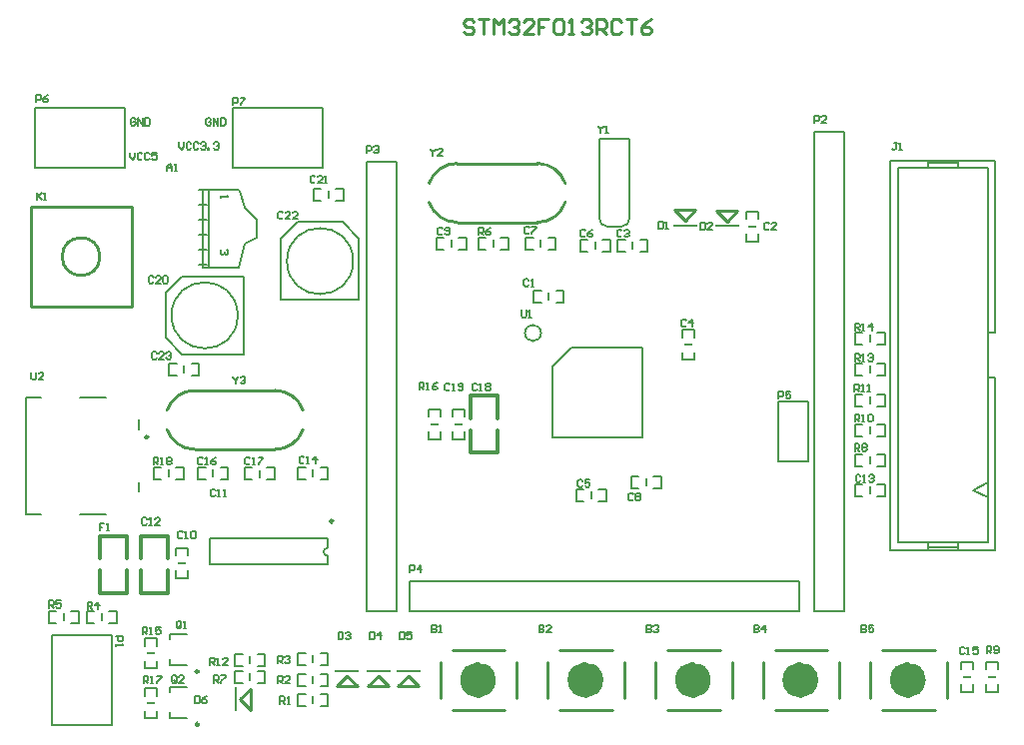
<source format=gto>
%FSLAX24Y24*%
%MOIN*%
G70*
G01*
G75*
%ADD10C,0.0050*%
%ADD11R,0.0500X0.0500*%
%ADD12R,0.0860X0.0921*%
%ADD13R,0.0100X0.0866*%
%ADD14R,0.0866X0.0100*%
%ADD15R,0.0300X0.0300*%
%ADD16R,0.0300X0.0300*%
%ADD17R,0.0374X0.0354*%
%ADD18R,0.0374X0.0354*%
%ADD19R,0.0500X0.0600*%
%ADD20R,0.0591X0.0512*%
%ADD21R,0.0512X0.0591*%
%ADD22R,0.0591X0.1260*%
%ADD23R,0.1260X0.0591*%
%ADD24R,0.0236X0.0866*%
G04:AMPARAMS|DCode=25|XSize=150mil|YSize=65mil|CornerRadius=0mil|HoleSize=0mil|Usage=FLASHONLY|Rotation=0.000|XOffset=0mil|YOffset=0mil|HoleType=Round|Shape=Octagon|*
%AMOCTAGOND25*
4,1,8,0.0750,-0.0163,0.0750,0.0163,0.0588,0.0325,-0.0588,0.0325,-0.0750,0.0163,-0.0750,-0.0163,-0.0588,-0.0325,0.0588,-0.0325,0.0750,-0.0163,0.0*
%
%ADD25OCTAGOND25*%

%ADD26O,0.1500X0.0650*%
%ADD27R,0.1000X0.1000*%
%ADD28R,0.0984X0.0787*%
%ADD29R,0.0906X0.0197*%
%ADD30R,0.0984X0.0787*%
%ADD31C,0.0150*%
%ADD32C,0.0060*%
%ADD33C,0.0200*%
%ADD34C,0.0300*%
%ADD35C,0.0120*%
%ADD36C,0.0400*%
%ADD37C,0.0600*%
%ADD38R,0.0870X0.0290*%
%ADD39R,0.1156X0.0353*%
%ADD40C,0.1181*%
%ADD41C,0.0500*%
%ADD42O,0.0400X0.0500*%
%ADD43C,0.0591*%
%ADD44R,0.0591X0.0591*%
%ADD45R,0.0591X0.0591*%
%ADD46C,0.0620*%
%ADD47C,0.0236*%
%ADD48C,0.0433*%
%ADD49C,0.0240*%
%ADD50O,0.0984X0.2362*%
G04:AMPARAMS|DCode=51|XSize=98.4mil|YSize=236.2mil|CornerRadius=0mil|HoleSize=0mil|Usage=FLASHONLY|Rotation=180.000|XOffset=0mil|YOffset=0mil|HoleType=Round|Shape=Octagon|*
%AMOCTAGOND51*
4,1,8,0.0246,-0.1181,-0.0246,-0.1181,-0.0492,-0.0935,-0.0492,0.0935,-0.0246,0.1181,0.0246,0.1181,0.0492,0.0935,0.0492,-0.0935,0.0246,-0.1181,0.0*
%
%ADD51OCTAGOND51*%

%ADD52R,0.0550X0.0650*%
%ADD53R,0.0520X0.0715*%
%ADD54C,0.0100*%
%ADD55C,0.0080*%
%ADD56C,0.0079*%
%ADD57C,0.0098*%
%ADD58R,0.0100X0.0300*%
%ADD59R,0.0300X0.0100*%
%ADD60R,0.0107X0.0800*%
%ADD61R,0.0800X0.0107*%
D10*
X5170Y6581D02*
Y6740D01*
X5130Y6780D01*
X5050D01*
X5010Y6740D01*
Y6581D01*
X5050Y6541D01*
X5130D01*
X5090Y6621D02*
X5170Y6541D01*
X5130D02*
X5170Y6581D01*
X5250Y6541D02*
X5330D01*
X5290D01*
Y6780D01*
X5250Y6740D01*
X167Y15064D02*
Y14864D01*
X207Y14824D01*
X287D01*
X327Y14864D01*
Y15064D01*
X567Y14824D02*
X407D01*
X567Y14984D01*
Y15024D01*
X527Y15064D01*
X447D01*
X407Y15024D01*
X4700Y21791D02*
Y21951D01*
X4780Y22030D01*
X4860Y21951D01*
Y21791D01*
Y21911D01*
X4700D01*
X4940Y21791D02*
X5020D01*
X4980D01*
Y22030D01*
X4940Y21990D01*
X13530Y6640D02*
Y6401D01*
X13650D01*
X13690Y6441D01*
Y6481D01*
X13650Y6521D01*
X13530D01*
X13650D01*
X13690Y6561D01*
Y6600D01*
X13650Y6640D01*
X13530D01*
X13770Y6401D02*
X13850D01*
X13810D01*
Y6640D01*
X13770Y6600D01*
X17110Y6640D02*
Y6401D01*
X17230D01*
X17270Y6441D01*
Y6481D01*
X17230Y6521D01*
X17110D01*
X17230D01*
X17270Y6561D01*
Y6600D01*
X17230Y6640D01*
X17110D01*
X17510Y6401D02*
X17350D01*
X17510Y6561D01*
Y6600D01*
X17470Y6640D01*
X17390D01*
X17350Y6600D01*
X20690Y6640D02*
Y6401D01*
X20810D01*
X20850Y6441D01*
Y6481D01*
X20810Y6521D01*
X20690D01*
X20810D01*
X20850Y6561D01*
Y6600D01*
X20810Y6640D01*
X20690D01*
X20930Y6600D02*
X20970Y6640D01*
X21050D01*
X21090Y6600D01*
Y6561D01*
X21050Y6521D01*
X21010D01*
X21050D01*
X21090Y6481D01*
Y6441D01*
X21050Y6401D01*
X20970D01*
X20930Y6441D01*
X24280Y6640D02*
Y6401D01*
X24400D01*
X24440Y6441D01*
Y6481D01*
X24400Y6521D01*
X24280D01*
X24400D01*
X24440Y6561D01*
Y6600D01*
X24400Y6640D01*
X24280D01*
X24640Y6401D02*
Y6640D01*
X24520Y6521D01*
X24680D01*
X27870Y6640D02*
Y6401D01*
X27990D01*
X28030Y6441D01*
Y6481D01*
X27990Y6521D01*
X27870D01*
X27990D01*
X28030Y6561D01*
Y6600D01*
X27990Y6640D01*
X27870D01*
X28270D02*
X28110D01*
Y6521D01*
X28190Y6561D01*
X28230D01*
X28270Y6521D01*
Y6441D01*
X28230Y6401D01*
X28150D01*
X28110Y6441D01*
X16760Y18150D02*
X16720Y18190D01*
X16640D01*
X16600Y18150D01*
Y17991D01*
X16640Y17951D01*
X16720D01*
X16760Y17991D01*
X16840Y17951D02*
X16920D01*
X16880D01*
Y18190D01*
X16840Y18150D01*
X24789Y20035D02*
X24749Y20075D01*
X24669D01*
X24629Y20035D01*
Y19876D01*
X24669Y19836D01*
X24749D01*
X24789Y19876D01*
X25029Y19836D02*
X24869D01*
X25029Y19995D01*
Y20035D01*
X24989Y20075D01*
X24909D01*
X24869Y20035D01*
X19870Y19790D02*
X19830Y19830D01*
X19750D01*
X19710Y19790D01*
Y19631D01*
X19750Y19591D01*
X19830D01*
X19870Y19631D01*
X19950Y19790D02*
X19990Y19830D01*
X20070D01*
X20110Y19790D01*
Y19750D01*
X20070Y19711D01*
X20030D01*
X20070D01*
X20110Y19671D01*
Y19631D01*
X20070Y19591D01*
X19990D01*
X19950Y19631D01*
X22021Y16815D02*
X21981Y16855D01*
X21901D01*
X21861Y16815D01*
Y16655D01*
X21901Y16615D01*
X21981D01*
X22021Y16655D01*
X22221Y16615D02*
Y16855D01*
X22101Y16735D01*
X22261D01*
X18560Y11450D02*
X18520Y11490D01*
X18440D01*
X18400Y11450D01*
Y11290D01*
X18440Y11250D01*
X18520D01*
X18560Y11290D01*
X18800Y11490D02*
X18640D01*
Y11370D01*
X18720Y11410D01*
X18760D01*
X18800Y11370D01*
Y11290D01*
X18760Y11250D01*
X18680D01*
X18640Y11290D01*
X18655Y19801D02*
X18615Y19841D01*
X18535D01*
X18495Y19801D01*
Y19641D01*
X18535Y19601D01*
X18615D01*
X18655Y19641D01*
X18895Y19841D02*
X18815Y19801D01*
X18735Y19721D01*
Y19641D01*
X18775Y19601D01*
X18855D01*
X18895Y19641D01*
Y19681D01*
X18855Y19721D01*
X18735D01*
X16780Y19910D02*
X16740Y19950D01*
X16660D01*
X16620Y19910D01*
Y19751D01*
X16660Y19711D01*
X16740D01*
X16780Y19751D01*
X16860Y19950D02*
X17020D01*
Y19910D01*
X16860Y19751D01*
Y19711D01*
X20250Y11010D02*
X20210Y11050D01*
X20130D01*
X20090Y11010D01*
Y10851D01*
X20130Y10811D01*
X20210D01*
X20250Y10851D01*
X20330Y11010D02*
X20370Y11050D01*
X20450D01*
X20490Y11010D01*
Y10970D01*
X20450Y10931D01*
X20490Y10891D01*
Y10851D01*
X20450Y10811D01*
X20370D01*
X20330Y10851D01*
Y10891D01*
X20370Y10931D01*
X20330Y10970D01*
Y11010D01*
X20370Y10931D02*
X20450D01*
X13885Y19881D02*
X13845Y19921D01*
X13765D01*
X13725Y19881D01*
Y19721D01*
X13765Y19681D01*
X13845D01*
X13885Y19721D01*
X13965D02*
X14005Y19681D01*
X14085D01*
X14125Y19721D01*
Y19881D01*
X14085Y19921D01*
X14005D01*
X13965Y19881D01*
Y19841D01*
X14005Y19801D01*
X14125D01*
X5215Y9745D02*
X5175Y9785D01*
X5095D01*
X5055Y9745D01*
Y9586D01*
X5095Y9546D01*
X5175D01*
X5215Y9586D01*
X5295Y9546D02*
X5375D01*
X5335D01*
Y9785D01*
X5295Y9745D01*
X5495D02*
X5535Y9785D01*
X5615D01*
X5655Y9745D01*
Y9586D01*
X5615Y9546D01*
X5535D01*
X5495Y9586D01*
Y9745D01*
X6310Y11140D02*
X6270Y11180D01*
X6190D01*
X6150Y11140D01*
Y10981D01*
X6190Y10941D01*
X6270D01*
X6310Y10981D01*
X6390Y10941D02*
X6470D01*
X6430D01*
Y11180D01*
X6390Y11140D01*
X6590Y10941D02*
X6670D01*
X6630D01*
Y11180D01*
X6590Y11140D01*
X4024Y10185D02*
X3984Y10225D01*
X3904D01*
X3864Y10185D01*
Y10026D01*
X3904Y9986D01*
X3984D01*
X4024Y10026D01*
X4104Y9986D02*
X4184D01*
X4144D01*
Y10225D01*
X4104Y10185D01*
X4464Y9986D02*
X4304D01*
X4464Y10145D01*
Y10185D01*
X4424Y10225D01*
X4344D01*
X4304Y10185D01*
X27835Y11620D02*
X27795Y11660D01*
X27715D01*
X27675Y11620D01*
Y11461D01*
X27715Y11421D01*
X27795D01*
X27835Y11461D01*
X27915Y11421D02*
X27995D01*
X27955D01*
Y11660D01*
X27915Y11620D01*
X28115D02*
X28155Y11660D01*
X28235D01*
X28275Y11620D01*
Y11580D01*
X28235Y11541D01*
X28195D01*
X28235D01*
X28275Y11501D01*
Y11461D01*
X28235Y11421D01*
X28155D01*
X28115Y11461D01*
X9270Y12240D02*
X9230Y12280D01*
X9150D01*
X9110Y12240D01*
Y12080D01*
X9150Y12040D01*
X9230D01*
X9270Y12080D01*
X9350Y12040D02*
X9430D01*
X9390D01*
Y12280D01*
X9350Y12240D01*
X9670Y12040D02*
Y12280D01*
X9550Y12160D01*
X9710D01*
X31310Y5870D02*
X31270Y5910D01*
X31190D01*
X31150Y5870D01*
Y5711D01*
X31190Y5671D01*
X31270D01*
X31310Y5711D01*
X31390Y5671D02*
X31470D01*
X31430D01*
Y5910D01*
X31390Y5870D01*
X31750Y5910D02*
X31590D01*
Y5791D01*
X31670Y5831D01*
X31710D01*
X31750Y5791D01*
Y5711D01*
X31710Y5671D01*
X31630D01*
X31590Y5711D01*
X5885Y12190D02*
X5845Y12230D01*
X5765D01*
X5725Y12190D01*
Y12031D01*
X5765Y11991D01*
X5845D01*
X5885Y12031D01*
X5965Y11991D02*
X6045D01*
X6005D01*
Y12230D01*
X5965Y12190D01*
X6325Y12230D02*
X6245Y12190D01*
X6165Y12111D01*
Y12031D01*
X6205Y11991D01*
X6285D01*
X6325Y12031D01*
Y12071D01*
X6285Y12111D01*
X6165D01*
X7460Y12190D02*
X7420Y12230D01*
X7340D01*
X7300Y12190D01*
Y12031D01*
X7340Y11991D01*
X7420D01*
X7460Y12031D01*
X7540Y11991D02*
X7620D01*
X7580D01*
Y12230D01*
X7540Y12190D01*
X7740Y12230D02*
X7900D01*
Y12190D01*
X7740Y12031D01*
Y11991D01*
X15040Y14670D02*
X15000Y14710D01*
X14920D01*
X14880Y14670D01*
Y14511D01*
X14920Y14471D01*
X15000D01*
X15040Y14511D01*
X15120Y14471D02*
X15200D01*
X15160D01*
Y14710D01*
X15120Y14670D01*
X15320D02*
X15360Y14710D01*
X15440D01*
X15480Y14670D01*
Y14631D01*
X15440Y14591D01*
X15480Y14551D01*
Y14511D01*
X15440Y14471D01*
X15360D01*
X15320Y14511D01*
Y14551D01*
X15360Y14591D01*
X15320Y14631D01*
Y14670D01*
X15360Y14591D02*
X15440D01*
X14130Y14680D02*
X14090Y14720D01*
X14010D01*
X13970Y14680D01*
Y14521D01*
X14010Y14481D01*
X14090D01*
X14130Y14521D01*
X14210Y14481D02*
X14290D01*
X14250D01*
Y14720D01*
X14210Y14680D01*
X14410Y14521D02*
X14450Y14481D01*
X14530D01*
X14570Y14521D01*
Y14680D01*
X14530Y14720D01*
X14450D01*
X14410Y14680D01*
Y14641D01*
X14450Y14601D01*
X14570D01*
X4240Y18250D02*
X4200Y18290D01*
X4120D01*
X4080Y18250D01*
Y18091D01*
X4120Y18051D01*
X4200D01*
X4240Y18091D01*
X4480Y18051D02*
X4320D01*
X4480Y18211D01*
Y18250D01*
X4440Y18290D01*
X4360D01*
X4320Y18250D01*
X4560D02*
X4600Y18290D01*
X4680D01*
X4720Y18250D01*
Y18091D01*
X4680Y18051D01*
X4600D01*
X4560Y18091D01*
Y18250D01*
X9635Y21590D02*
X9595Y21630D01*
X9515D01*
X9475Y21590D01*
Y21430D01*
X9515Y21390D01*
X9595D01*
X9635Y21430D01*
X9875Y21390D02*
X9715D01*
X9875Y21550D01*
Y21590D01*
X9835Y21630D01*
X9755D01*
X9715Y21590D01*
X9955Y21390D02*
X10035D01*
X9995D01*
Y21630D01*
X9955Y21590D01*
X8560Y20390D02*
X8520Y20430D01*
X8440D01*
X8400Y20390D01*
Y20231D01*
X8440Y20191D01*
X8520D01*
X8560Y20231D01*
X8800Y20191D02*
X8640D01*
X8800Y20350D01*
Y20390D01*
X8760Y20430D01*
X8680D01*
X8640Y20390D01*
X9040Y20191D02*
X8880D01*
X9040Y20350D01*
Y20390D01*
X9000Y20430D01*
X8920D01*
X8880Y20390D01*
X4350Y15720D02*
X4310Y15760D01*
X4230D01*
X4190Y15720D01*
Y15561D01*
X4230Y15521D01*
X4310D01*
X4350Y15561D01*
X4590Y15521D02*
X4430D01*
X4590Y15681D01*
Y15720D01*
X4550Y15760D01*
X4470D01*
X4430Y15720D01*
X4670D02*
X4710Y15760D01*
X4790D01*
X4830Y15720D01*
Y15681D01*
X4790Y15641D01*
X4750D01*
X4790D01*
X4830Y15601D01*
Y15561D01*
X4790Y15521D01*
X4710D01*
X4670Y15561D01*
X21090Y20100D02*
Y19861D01*
X21210D01*
X21250Y19901D01*
Y20060D01*
X21210Y20100D01*
X21090D01*
X21330Y19861D02*
X21410D01*
X21370D01*
Y20100D01*
X21330Y20060D01*
X22490Y20080D02*
Y19841D01*
X22610D01*
X22650Y19881D01*
Y20040D01*
X22610Y20080D01*
X22490D01*
X22890Y19841D02*
X22730D01*
X22890Y20001D01*
Y20040D01*
X22850Y20080D01*
X22770D01*
X22730Y20040D01*
X10405Y6415D02*
Y6176D01*
X10525D01*
X10565Y6216D01*
Y6375D01*
X10525Y6415D01*
X10405D01*
X10645Y6375D02*
X10685Y6415D01*
X10765D01*
X10805Y6375D01*
Y6335D01*
X10765Y6296D01*
X10725D01*
X10765D01*
X10805Y6256D01*
Y6216D01*
X10765Y6176D01*
X10685D01*
X10645Y6216D01*
X11455Y6415D02*
Y6176D01*
X11575D01*
X11615Y6216D01*
Y6375D01*
X11575Y6415D01*
X11455D01*
X11815Y6176D02*
Y6415D01*
X11695Y6296D01*
X11855D01*
X12455Y6415D02*
Y6176D01*
X12575D01*
X12615Y6216D01*
Y6375D01*
X12575Y6415D01*
X12455D01*
X12855D02*
X12695D01*
Y6296D01*
X12775Y6335D01*
X12815D01*
X12855Y6296D01*
Y6216D01*
X12815Y6176D01*
X12735D01*
X12695Y6216D01*
X5620Y4280D02*
Y4041D01*
X5740D01*
X5780Y4081D01*
Y4240D01*
X5740Y4280D01*
X5620D01*
X6020D02*
X5940Y4240D01*
X5860Y4161D01*
Y4081D01*
X5900Y4041D01*
X5980D01*
X6020Y4081D01*
Y4121D01*
X5980Y4161D01*
X5860D01*
X2600Y10030D02*
X2440D01*
Y9911D01*
X2520D01*
X2440D01*
Y9791D01*
X2680D02*
X2760D01*
X2720D01*
Y10030D01*
X2680Y9990D01*
X29045Y22735D02*
X28965D01*
X29005D01*
Y22536D01*
X28965Y22496D01*
X28925D01*
X28885Y22536D01*
X29125Y22496D02*
X29205D01*
X29165D01*
Y22735D01*
X29125Y22695D01*
X350Y21080D02*
Y20841D01*
Y20921D01*
X510Y21080D01*
X390Y20961D01*
X510Y20841D01*
X590D02*
X670D01*
X630D01*
Y21080D01*
X590Y21040D01*
X2980Y6261D02*
X3220D01*
Y6141D01*
X3180Y6101D01*
X3100D01*
X3060Y6141D01*
Y6261D01*
X2980Y6021D02*
Y5941D01*
Y5981D01*
X3220D01*
X3180Y6021D01*
X26290Y23391D02*
Y23630D01*
X26410D01*
X26450Y23590D01*
Y23511D01*
X26410Y23471D01*
X26290D01*
X26690Y23391D02*
X26530D01*
X26690Y23551D01*
Y23590D01*
X26650Y23630D01*
X26570D01*
X26530Y23590D01*
X11350Y22391D02*
Y22630D01*
X11470D01*
X11510Y22590D01*
Y22511D01*
X11470Y22471D01*
X11350D01*
X11590Y22590D02*
X11630Y22630D01*
X11710D01*
X11750Y22590D01*
Y22550D01*
X11710Y22511D01*
X11670D01*
X11710D01*
X11750Y22471D01*
Y22431D01*
X11710Y22391D01*
X11630D01*
X11590Y22431D01*
X12800Y8391D02*
Y8630D01*
X12920D01*
X12960Y8590D01*
Y8511D01*
X12920Y8471D01*
X12800D01*
X13160Y8391D02*
Y8630D01*
X13040Y8511D01*
X13200D01*
X25100Y14201D02*
Y14440D01*
X25220D01*
X25260Y14400D01*
Y14321D01*
X25220Y14281D01*
X25100D01*
X25500Y14440D02*
X25340D01*
Y14321D01*
X25420Y14361D01*
X25460D01*
X25500Y14321D01*
Y14241D01*
X25460Y14201D01*
X25380D01*
X25340Y14241D01*
X320Y24091D02*
Y24330D01*
X440D01*
X480Y24290D01*
Y24211D01*
X440Y24171D01*
X320D01*
X720Y24330D02*
X640Y24290D01*
X560Y24211D01*
Y24131D01*
X600Y24091D01*
X680D01*
X720Y24131D01*
Y24171D01*
X680Y24211D01*
X560D01*
X6900Y23991D02*
Y24230D01*
X7020D01*
X7060Y24190D01*
Y24111D01*
X7020Y24071D01*
X6900D01*
X7140Y24230D02*
X7300D01*
Y24190D01*
X7140Y24031D01*
Y23991D01*
X5010Y4761D02*
Y4920D01*
X4970Y4960D01*
X4890D01*
X4850Y4920D01*
Y4761D01*
X4890Y4721D01*
X4970D01*
X4930Y4801D02*
X5010Y4721D01*
X4970D02*
X5010Y4761D01*
X5250Y4721D02*
X5090D01*
X5250Y4881D01*
Y4920D01*
X5210Y4960D01*
X5130D01*
X5090Y4920D01*
X8470Y4021D02*
Y4260D01*
X8590D01*
X8630Y4220D01*
Y4141D01*
X8590Y4101D01*
X8470D01*
X8550D02*
X8630Y4021D01*
X8710D02*
X8790D01*
X8750D01*
Y4260D01*
X8710Y4220D01*
X8390Y4691D02*
Y4930D01*
X8510D01*
X8550Y4890D01*
Y4811D01*
X8510Y4771D01*
X8390D01*
X8470D02*
X8550Y4691D01*
X8790D02*
X8630D01*
X8790Y4850D01*
Y4890D01*
X8750Y4930D01*
X8670D01*
X8630Y4890D01*
X8390Y5371D02*
Y5610D01*
X8510D01*
X8550Y5570D01*
Y5491D01*
X8510Y5451D01*
X8390D01*
X8470D02*
X8550Y5371D01*
X8630Y5570D02*
X8670Y5610D01*
X8750D01*
X8790Y5570D01*
Y5530D01*
X8750Y5491D01*
X8710D01*
X8750D01*
X8790Y5451D01*
Y5411D01*
X8750Y5371D01*
X8670D01*
X8630Y5411D01*
X2040Y7181D02*
Y7420D01*
X2160D01*
X2200Y7380D01*
Y7301D01*
X2160Y7261D01*
X2040D01*
X2120D02*
X2200Y7181D01*
X2400D02*
Y7420D01*
X2280Y7301D01*
X2440D01*
X755Y7220D02*
Y7460D01*
X875D01*
X915Y7420D01*
Y7340D01*
X875Y7300D01*
X755D01*
X835D02*
X915Y7220D01*
X1155Y7460D02*
X995D01*
Y7340D01*
X1075Y7380D01*
X1115D01*
X1155Y7340D01*
Y7260D01*
X1115Y7220D01*
X1035D01*
X995Y7260D01*
X15090Y19661D02*
Y19901D01*
X15210D01*
X15250Y19861D01*
Y19781D01*
X15210Y19741D01*
X15090D01*
X15170D02*
X15250Y19661D01*
X15490Y19901D02*
X15410Y19861D01*
X15330Y19781D01*
Y19701D01*
X15370Y19661D01*
X15450D01*
X15490Y19701D01*
Y19741D01*
X15450Y19781D01*
X15330D01*
X6255Y4720D02*
Y4960D01*
X6375D01*
X6415Y4920D01*
Y4840D01*
X6375Y4800D01*
X6255D01*
X6335D02*
X6415Y4720D01*
X6495Y4960D02*
X6655D01*
Y4920D01*
X6495Y4760D01*
Y4720D01*
X27640Y12450D02*
Y12690D01*
X27760D01*
X27800Y12650D01*
Y12570D01*
X27760Y12530D01*
X27640D01*
X27720D02*
X27800Y12450D01*
X27880Y12650D02*
X27920Y12690D01*
X28000D01*
X28040Y12650D01*
Y12610D01*
X28000Y12570D01*
X28040Y12530D01*
Y12490D01*
X28000Y12450D01*
X27920D01*
X27880Y12490D01*
Y12530D01*
X27920Y12570D01*
X27880Y12610D01*
Y12650D01*
X27920Y12570D02*
X28000D01*
X32040Y5691D02*
Y5930D01*
X32160D01*
X32200Y5890D01*
Y5811D01*
X32160Y5771D01*
X32040D01*
X32120D02*
X32200Y5691D01*
X32280Y5731D02*
X32320Y5691D01*
X32400D01*
X32440Y5731D01*
Y5890D01*
X32400Y5930D01*
X32320D01*
X32280Y5890D01*
Y5850D01*
X32320Y5811D01*
X32440D01*
X27640Y13430D02*
Y13670D01*
X27760D01*
X27800Y13630D01*
Y13550D01*
X27760Y13510D01*
X27640D01*
X27720D02*
X27800Y13430D01*
X27880D02*
X27960D01*
X27920D01*
Y13670D01*
X27880Y13630D01*
X28080D02*
X28120Y13670D01*
X28200D01*
X28240Y13630D01*
Y13470D01*
X28200Y13430D01*
X28120D01*
X28080Y13470D01*
Y13630D01*
X27630Y14430D02*
Y14670D01*
X27750D01*
X27790Y14630D01*
Y14550D01*
X27750Y14510D01*
X27630D01*
X27710D02*
X27790Y14430D01*
X27870D02*
X27950D01*
X27910D01*
Y14670D01*
X27870Y14630D01*
X28070Y14430D02*
X28150D01*
X28110D01*
Y14670D01*
X28070Y14630D01*
X6120Y5311D02*
Y5550D01*
X6240D01*
X6280Y5510D01*
Y5431D01*
X6240Y5391D01*
X6120D01*
X6200D02*
X6280Y5311D01*
X6360D02*
X6440D01*
X6400D01*
Y5550D01*
X6360Y5510D01*
X6720Y5311D02*
X6560D01*
X6720Y5470D01*
Y5510D01*
X6680Y5550D01*
X6600D01*
X6560Y5510D01*
X27650Y15455D02*
Y15695D01*
X27770D01*
X27810Y15655D01*
Y15575D01*
X27770Y15535D01*
X27650D01*
X27730D02*
X27810Y15455D01*
X27890D02*
X27970D01*
X27930D01*
Y15695D01*
X27890Y15655D01*
X28090D02*
X28130Y15695D01*
X28210D01*
X28250Y15655D01*
Y15615D01*
X28210Y15575D01*
X28170D01*
X28210D01*
X28250Y15535D01*
Y15495D01*
X28210Y15455D01*
X28130D01*
X28090Y15495D01*
X27645Y16481D02*
Y16720D01*
X27765D01*
X27805Y16680D01*
Y16601D01*
X27765Y16561D01*
X27645D01*
X27725D02*
X27805Y16481D01*
X27885D02*
X27965D01*
X27925D01*
Y16720D01*
X27885Y16680D01*
X28205Y16481D02*
Y16720D01*
X28085Y16601D01*
X28245D01*
X3871Y6331D02*
Y6570D01*
X3991D01*
X4031Y6530D01*
Y6451D01*
X3991Y6411D01*
X3871D01*
X3951D02*
X4031Y6331D01*
X4111D02*
X4191D01*
X4151D01*
Y6570D01*
X4111Y6530D01*
X4471Y6570D02*
X4311D01*
Y6451D01*
X4391Y6490D01*
X4431D01*
X4471Y6451D01*
Y6371D01*
X4431Y6331D01*
X4351D01*
X4311Y6371D01*
X13110Y14501D02*
Y14740D01*
X13230D01*
X13270Y14700D01*
Y14621D01*
X13230Y14581D01*
X13110D01*
X13190D02*
X13270Y14501D01*
X13350D02*
X13430D01*
X13390D01*
Y14740D01*
X13350Y14700D01*
X13710Y14740D02*
X13630Y14700D01*
X13550Y14621D01*
Y14541D01*
X13590Y14501D01*
X13670D01*
X13710Y14541D01*
Y14581D01*
X13670Y14621D01*
X13550D01*
X3910Y4691D02*
Y4930D01*
X4030D01*
X4070Y4890D01*
Y4811D01*
X4030Y4771D01*
X3910D01*
X3990D02*
X4070Y4691D01*
X4150D02*
X4230D01*
X4190D01*
Y4930D01*
X4150Y4890D01*
X4350Y4930D02*
X4510D01*
Y4890D01*
X4350Y4731D01*
Y4691D01*
X4240Y11991D02*
Y12230D01*
X4360D01*
X4400Y12190D01*
Y12111D01*
X4360Y12071D01*
X4240D01*
X4320D02*
X4400Y11991D01*
X4480D02*
X4560D01*
X4520D01*
Y12230D01*
X4480Y12190D01*
X4680D02*
X4720Y12230D01*
X4800D01*
X4840Y12190D01*
Y12150D01*
X4800Y12111D01*
X4840Y12071D01*
Y12031D01*
X4800Y11991D01*
X4720D01*
X4680Y12031D01*
Y12071D01*
X4720Y12111D01*
X4680Y12150D01*
Y12190D01*
X4720Y12111D02*
X4800D01*
X16520Y17160D02*
Y16961D01*
X16560Y16921D01*
X16640D01*
X16680Y16961D01*
Y17160D01*
X16760Y16921D02*
X16840D01*
X16800D01*
Y17160D01*
X16760Y17120D01*
X19090Y23310D02*
Y23270D01*
X19170Y23191D01*
X19250Y23270D01*
Y23310D01*
X19170Y23191D02*
Y23071D01*
X19330D02*
X19410D01*
X19370D01*
Y23310D01*
X19330Y23270D01*
X13480Y22550D02*
Y22510D01*
X13560Y22431D01*
X13640Y22510D01*
Y22550D01*
X13560Y22431D02*
Y22311D01*
X13880D02*
X13720D01*
X13880Y22471D01*
Y22510D01*
X13840Y22550D01*
X13760D01*
X13720Y22510D01*
X6900Y14930D02*
Y14890D01*
X6980Y14811D01*
X7060Y14890D01*
Y14930D01*
X6980Y14811D02*
Y14691D01*
X7140Y14890D02*
X7180Y14930D01*
X7260D01*
X7300Y14890D01*
Y14850D01*
X7260Y14811D01*
X7220D01*
X7260D01*
X7300Y14771D01*
Y14731D01*
X7260Y14691D01*
X7180D01*
X7140Y14731D01*
X5100Y22760D02*
Y22601D01*
X5180Y22521D01*
X5260Y22601D01*
Y22760D01*
X5500Y22720D02*
X5460Y22760D01*
X5380D01*
X5340Y22720D01*
Y22561D01*
X5380Y22521D01*
X5460D01*
X5500Y22561D01*
X5740Y22720D02*
X5700Y22760D01*
X5620D01*
X5580Y22720D01*
Y22561D01*
X5620Y22521D01*
X5700D01*
X5740Y22561D01*
X5820Y22720D02*
X5860Y22760D01*
X5940D01*
X5980Y22720D01*
Y22680D01*
X5940Y22641D01*
X5900D01*
X5940D01*
X5980Y22601D01*
Y22561D01*
X5940Y22521D01*
X5860D01*
X5820Y22561D01*
X6060Y22521D02*
Y22561D01*
X6100D01*
Y22521D01*
X6060D01*
X6260Y22720D02*
X6300Y22760D01*
X6380D01*
X6420Y22720D01*
Y22680D01*
X6380Y22641D01*
X6340D01*
X6380D01*
X6420Y22601D01*
Y22561D01*
X6380Y22521D01*
X6300D01*
X6260Y22561D01*
X6160Y23520D02*
X6120Y23560D01*
X6040D01*
X6000Y23520D01*
Y23361D01*
X6040Y23321D01*
X6120D01*
X6160Y23361D01*
Y23441D01*
X6080D01*
X6240Y23321D02*
Y23560D01*
X6400Y23321D01*
Y23560D01*
X6480D02*
Y23321D01*
X6600D01*
X6640Y23361D01*
Y23520D01*
X6600Y23560D01*
X6480D01*
X3470Y22420D02*
Y22261D01*
X3550Y22181D01*
X3630Y22261D01*
Y22420D01*
X3870Y22380D02*
X3830Y22420D01*
X3750D01*
X3710Y22380D01*
Y22221D01*
X3750Y22181D01*
X3830D01*
X3870Y22221D01*
X4110Y22380D02*
X4070Y22420D01*
X3990D01*
X3950Y22380D01*
Y22221D01*
X3990Y22181D01*
X4070D01*
X4110Y22221D01*
X4350Y22420D02*
X4190D01*
Y22301D01*
X4270Y22341D01*
X4310D01*
X4350Y22301D01*
Y22221D01*
X4310Y22181D01*
X4230D01*
X4190Y22221D01*
X3640Y23520D02*
X3600Y23560D01*
X3520D01*
X3480Y23520D01*
Y23361D01*
X3520Y23321D01*
X3600D01*
X3640Y23361D01*
Y23441D01*
X3560D01*
X3720Y23321D02*
Y23560D01*
X3880Y23321D01*
Y23560D01*
X3960D02*
Y23321D01*
X4080D01*
X4120Y23361D01*
Y23520D01*
X4080Y23560D01*
X3960D01*
X6690Y19171D02*
X6730Y19131D01*
Y19051D01*
X6690Y19011D01*
X6650D01*
X6610Y19051D01*
Y19091D01*
Y19051D01*
X6570Y19011D01*
X6530D01*
X6490Y19051D01*
Y19131D01*
X6530Y19171D01*
X6490Y20971D02*
Y20891D01*
Y20931D01*
X6730D01*
X6690Y20971D01*
D32*
X4240Y11490D02*
X4490D01*
X4240D02*
Y11890D01*
X4490D01*
X4990D02*
X5240D01*
Y11490D02*
Y11890D01*
X4990Y11490D02*
X5240D01*
X4340Y3536D02*
Y3786D01*
X3940Y3536D02*
X4340D01*
X3940D02*
Y3786D01*
Y4286D02*
Y4536D01*
X4340D01*
Y4286D02*
Y4536D01*
X13811Y12851D02*
Y13101D01*
X13411Y12851D02*
X13811D01*
X13411D02*
Y13101D01*
Y13601D02*
Y13851D01*
X13811D01*
Y13601D02*
Y13851D01*
X3941Y5941D02*
Y6191D01*
X4341D01*
Y5941D02*
Y6191D01*
Y5191D02*
Y5441D01*
X3941Y5191D02*
X4341D01*
X3941D02*
Y5441D01*
X27645Y16000D02*
X27895D01*
X27645D02*
Y16400D01*
X27895D01*
X28395D02*
X28645D01*
Y16000D02*
Y16400D01*
X28395Y16000D02*
X28645D01*
X27645Y14965D02*
X27895D01*
X27645D02*
Y15365D01*
X27895D01*
X28395D02*
X28645D01*
Y14965D02*
Y15365D01*
X28395Y14965D02*
X28645D01*
X6960Y5260D02*
X7210D01*
X6960D02*
Y5660D01*
X7210D01*
X7710D02*
X7960D01*
Y5260D02*
Y5660D01*
X7710Y5260D02*
X7960D01*
X27645Y13930D02*
X27895D01*
X27645D02*
Y14330D01*
X27895D01*
X28395D02*
X28645D01*
Y13930D02*
Y14330D01*
X28395Y13930D02*
X28645D01*
X27645Y12930D02*
X27895D01*
X27645D02*
Y13330D01*
X27895D01*
X28395D02*
X28645D01*
Y12930D02*
Y13330D01*
X28395Y12930D02*
X28645D01*
X32019Y5161D02*
Y5411D01*
X32419D01*
Y5161D02*
Y5411D01*
Y4411D02*
Y4661D01*
X32019Y4411D02*
X32419D01*
X32019D02*
Y4661D01*
X27645Y11930D02*
X27895D01*
X27645D02*
Y12330D01*
X27895D01*
X28395D02*
X28645D01*
Y11930D02*
Y12330D01*
X28395Y11930D02*
X28645D01*
X7705Y5091D02*
X7955D01*
Y4691D02*
Y5091D01*
X7705Y4691D02*
X7955D01*
X6955D02*
X7205D01*
X6955D02*
Y5091D01*
X7205D01*
X15080Y19161D02*
X15330D01*
X15080D02*
Y19561D01*
X15330D01*
X15830D02*
X16080D01*
Y19161D02*
Y19561D01*
X15830Y19161D02*
X16080D01*
X740Y6700D02*
X990D01*
X740D02*
Y7100D01*
X990D01*
X1490D02*
X1740D01*
Y6700D02*
Y7100D01*
X1490Y6700D02*
X1740D01*
X2770Y7091D02*
X3020D01*
Y6691D02*
Y7091D01*
X2770Y6691D02*
X3020D01*
X2020D02*
X2270D01*
X2020D02*
Y7091D01*
X2270D01*
X9070Y5290D02*
X9320D01*
X9070D02*
Y5690D01*
X9320D01*
X9820D02*
X10070D01*
Y5290D02*
Y5690D01*
X9820Y5290D02*
X10070D01*
X9070Y4615D02*
X9320D01*
X9070D02*
Y5015D01*
X9320D01*
X9820D02*
X10070D01*
Y4615D02*
Y5015D01*
X9820Y4615D02*
X10070D01*
X9070Y3940D02*
X9320D01*
X9070D02*
Y4340D01*
X9320D01*
X9820D02*
X10070D01*
Y3940D02*
Y4340D01*
X9820Y3940D02*
X10070D01*
X5505Y15371D02*
X5755D01*
Y14971D02*
Y15371D01*
X5505Y14971D02*
X5755D01*
X4755D02*
X5005D01*
X4755D02*
Y15371D01*
X5005D01*
X10325Y21191D02*
X10575D01*
Y20791D02*
Y21191D01*
X10325Y20791D02*
X10575D01*
X9575D02*
X9825D01*
X9575D02*
Y21191D01*
X9825D01*
X14220Y13606D02*
Y13856D01*
X14620D01*
Y13606D02*
Y13856D01*
Y12856D02*
Y13106D01*
X14220Y12856D02*
X14620D01*
X14220D02*
Y13106D01*
X8025Y11891D02*
X8275D01*
Y11491D02*
Y11891D01*
X8025Y11491D02*
X8275D01*
X7275D02*
X7525D01*
X7275D02*
Y11891D01*
X7525D01*
X5725Y11490D02*
X5975D01*
X5725D02*
Y11890D01*
X5975D01*
X6475D02*
X6725D01*
Y11490D02*
Y11890D01*
X6475Y11490D02*
X6725D01*
X31199Y5161D02*
Y5411D01*
X31599D01*
Y5161D02*
Y5411D01*
Y4411D02*
Y4661D01*
X31199Y4411D02*
X31599D01*
X31199D02*
Y4661D01*
X9810Y11891D02*
X10060D01*
Y11491D02*
Y11891D01*
X9810Y11491D02*
X10060D01*
X9060D02*
X9310D01*
X9060D02*
Y11891D01*
X9310D01*
X27645Y10930D02*
X27895D01*
X27645D02*
Y11330D01*
X27895D01*
X28395D02*
X28645D01*
Y10930D02*
Y11330D01*
X28395Y10930D02*
X28645D01*
X5381Y8221D02*
Y8471D01*
X4981Y8221D02*
X5381D01*
X4981D02*
Y8471D01*
Y8971D02*
Y9221D01*
X5381D01*
Y8971D02*
Y9221D01*
X13685Y19161D02*
X13935D01*
X13685D02*
Y19561D01*
X13935D01*
X14435D02*
X14685D01*
Y19161D02*
Y19561D01*
X14435Y19161D02*
X14685D01*
X20925Y11621D02*
X21175D01*
Y11221D02*
Y11621D01*
X20925Y11221D02*
X21175D01*
X20175D02*
X20425D01*
X20175D02*
Y11621D01*
X20425D01*
X17420Y19571D02*
X17670D01*
Y19171D02*
Y19571D01*
X17420Y19171D02*
X17670D01*
X16670D02*
X16920D01*
X16670D02*
Y19571D01*
X16920D01*
X18485Y19111D02*
X18735D01*
X18485D02*
Y19511D01*
X18735D01*
X19235D02*
X19485D01*
Y19111D02*
Y19511D01*
X19235Y19111D02*
X19485D01*
X19090Y11181D02*
X19340D01*
Y10781D02*
Y11181D01*
X19090Y10781D02*
X19340D01*
X18340D02*
X18590D01*
X18340D02*
Y11181D01*
X18590D01*
X21890Y16245D02*
Y16495D01*
X22290D01*
Y16245D02*
Y16495D01*
Y15495D02*
Y15745D01*
X21890Y15495D02*
X22290D01*
X21890D02*
Y15745D01*
X20475Y19511D02*
X20725D01*
Y19111D02*
Y19511D01*
X20475Y19111D02*
X20725D01*
X19725D02*
X19975D01*
X19725D02*
Y19511D01*
X19975D01*
X24029Y20201D02*
Y20451D01*
X24429D01*
Y20201D02*
Y20451D01*
Y19451D02*
Y19701D01*
X24029Y19451D02*
X24429D01*
X24029D02*
Y19701D01*
X16930Y17420D02*
X17180D01*
X16930D02*
Y17820D01*
X17180D01*
X17680D02*
X17930D01*
Y17420D02*
Y17820D01*
X17680Y17420D02*
X17930D01*
D35*
X2470Y9621D02*
X3370D01*
X2470Y7721D02*
X3370D01*
X2470Y8871D02*
Y9621D01*
X3370Y8871D02*
Y9621D01*
Y7721D02*
Y8471D01*
X2470Y7721D02*
Y8471D01*
X14830Y12391D02*
X15730D01*
X14830Y14291D02*
X15730D01*
Y12391D02*
Y13141D01*
X14830Y12391D02*
Y13141D01*
Y13541D02*
Y14291D01*
X15730Y13541D02*
Y14291D01*
X3820Y9621D02*
X4720D01*
X3820Y7721D02*
X4720D01*
X3820Y8871D02*
Y9621D01*
X4720Y8871D02*
Y9621D01*
Y7721D02*
Y8471D01*
X3820Y7721D02*
Y8471D01*
D37*
X29709Y4811D02*
G03*
X29709Y4811I-300J0D01*
G01*
X26124D02*
G03*
X26124Y4811I-300J0D01*
G01*
X22539D02*
G03*
X22539Y4811I-300J0D01*
G01*
X18954D02*
G03*
X18954Y4811I-300J0D01*
G01*
X15369D02*
G03*
X15369Y4811I-300J0D01*
G01*
D54*
X9230Y13809D02*
G03*
X8299Y14475I-931J-318D01*
G01*
X4691Y13172D02*
G03*
X5622Y12506I931J318D01*
G01*
X8299D02*
G03*
X9230Y13172I0J984D01*
G01*
X5622Y14475D02*
G03*
X4691Y13809I0J-984D01*
G01*
X13440Y20752D02*
G03*
X14371Y20086I931J318D01*
G01*
X17979Y21389D02*
G03*
X17048Y22055I-931J-318D01*
G01*
X14371D02*
G03*
X13440Y21389I0J-984D01*
G01*
X17048Y20086D02*
G03*
X17979Y20752I0J984D01*
G01*
X2454Y18941D02*
G03*
X2454Y18941I-630J0D01*
G01*
X5622Y14475D02*
X8299Y14475D01*
X5622Y12506D02*
X8301Y12506D01*
X14371Y20086D02*
X17048Y20086D01*
X14369Y22055D02*
X17048Y22055D01*
X164Y17267D02*
Y20614D01*
X3510Y17267D02*
Y20614D01*
X164D02*
X3510D01*
X164Y17267D02*
X3510D01*
X7130Y4161D02*
X7480Y3811D01*
Y4511D01*
X7130Y4161D02*
X7480Y4511D01*
X12400Y4591D02*
X12750Y4941D01*
X12400Y4591D02*
X13100D01*
X12750Y4941D02*
X13100Y4591D01*
X11400D02*
X11750Y4941D01*
X11400Y4591D02*
X12100D01*
X11750Y4941D02*
X12100Y4591D01*
X10350D02*
X10700Y4941D01*
X10350Y4591D02*
X11050D01*
X10700Y4941D02*
X11050Y4591D01*
X23380Y20121D02*
X23730Y20471D01*
X23030D02*
X23730D01*
X23030D02*
X23380Y20121D01*
X21980Y20141D02*
X22330Y20491D01*
X21630D02*
X22330D01*
X21630D02*
X21980Y20141D01*
X28559Y5811D02*
X30309D01*
X28159Y4211D02*
Y5411D01*
X30709Y4211D02*
Y5411D01*
X28559Y3811D02*
X30309D01*
X24974Y5811D02*
X26724D01*
X24574Y4211D02*
Y5411D01*
X27124Y4211D02*
Y5411D01*
X24974Y3811D02*
X26724D01*
X21389Y5811D02*
X23139D01*
X20989Y4211D02*
Y5411D01*
X23539Y4211D02*
Y5411D01*
X21389Y3811D02*
X23139D01*
X17804Y5811D02*
X19554D01*
X17404Y4211D02*
Y5411D01*
X19954Y4211D02*
Y5411D01*
X17804Y3811D02*
X19554D01*
X14219Y5811D02*
X15969D01*
X13819Y4211D02*
Y5411D01*
X16369Y4211D02*
Y5411D01*
X14219Y3811D02*
X15969D01*
X14933Y26777D02*
X14850Y26860D01*
X14683D01*
X14600Y26777D01*
Y26694D01*
X14683Y26610D01*
X14850D01*
X14933Y26527D01*
Y26444D01*
X14850Y26361D01*
X14683D01*
X14600Y26444D01*
X15100Y26860D02*
X15433D01*
X15266D01*
Y26361D01*
X15600D02*
Y26860D01*
X15766Y26694D01*
X15933Y26860D01*
Y26361D01*
X16100Y26777D02*
X16183Y26860D01*
X16349D01*
X16433Y26777D01*
Y26694D01*
X16349Y26610D01*
X16266D01*
X16349D01*
X16433Y26527D01*
Y26444D01*
X16349Y26361D01*
X16183D01*
X16100Y26444D01*
X16933Y26361D02*
X16599D01*
X16933Y26694D01*
Y26777D01*
X16849Y26860D01*
X16683D01*
X16599Y26777D01*
X17432Y26860D02*
X17099D01*
Y26610D01*
X17266D01*
X17099D01*
Y26361D01*
X17599Y26777D02*
X17682Y26860D01*
X17849D01*
X17932Y26777D01*
Y26444D01*
X17849Y26361D01*
X17682D01*
X17599Y26444D01*
Y26777D01*
X18099Y26361D02*
X18265D01*
X18182D01*
Y26860D01*
X18099Y26777D01*
X18515D02*
X18599Y26860D01*
X18765D01*
X18849Y26777D01*
Y26694D01*
X18765Y26610D01*
X18682D01*
X18765D01*
X18849Y26527D01*
Y26444D01*
X18765Y26361D01*
X18599D01*
X18515Y26444D01*
X19015Y26361D02*
Y26860D01*
X19265D01*
X19348Y26777D01*
Y26610D01*
X19265Y26527D01*
X19015D01*
X19182D02*
X19348Y26361D01*
X19848Y26777D02*
X19765Y26860D01*
X19598D01*
X19515Y26777D01*
Y26444D01*
X19598Y26361D01*
X19765D01*
X19848Y26444D01*
X20015Y26860D02*
X20348D01*
X20182D01*
Y26361D01*
X20848Y26860D02*
X20681Y26777D01*
X20515Y26610D01*
Y26444D01*
X20598Y26361D01*
X20765D01*
X20848Y26444D01*
Y26527D01*
X20765Y26610D01*
X20515D01*
D55*
X19860Y19945D02*
G03*
X20130Y20225I-5J275D01*
G01*
X19110Y20225D02*
G03*
X19400Y19945I285J5D01*
G01*
X19110Y22865D02*
X20130D01*
X19400Y19945D02*
X19860D01*
X19110Y20225D02*
Y22865D01*
X20130Y20225D02*
Y22865D01*
X28830Y22151D02*
X32330D01*
X28830Y9151D02*
Y22151D01*
Y9151D02*
X32330D01*
X32080Y14901D02*
X32330D01*
X32080D02*
Y16401D01*
X32330D01*
X32080Y9401D02*
Y14901D01*
X29080Y9401D02*
X32080D01*
X29080D02*
Y21901D01*
X32080D01*
Y16401D02*
Y21901D01*
X31580Y11151D02*
X32080Y10901D01*
X31580Y11151D02*
X32080Y11401D01*
X30080Y9151D02*
Y9401D01*
X31080Y9151D02*
Y9401D01*
X30080Y9234D02*
X31080D01*
X30080Y21901D02*
Y22151D01*
X31080Y21901D02*
Y22151D01*
X30080Y22067D02*
X31080D01*
X32330Y9151D02*
Y12401D01*
Y18901D02*
Y22151D01*
Y16401D02*
Y18901D01*
Y12255D02*
Y14901D01*
D56*
X17172Y16391D02*
G03*
X17172Y16391I-269J0D01*
G01*
X10902Y18791D02*
G03*
X10902Y18791I-1102J0D01*
G01*
X7052Y16981D02*
G03*
X7052Y16981I-1102J0D01*
G01*
X10069Y9235D02*
G03*
X10069Y8946I0J-144D01*
G01*
X17546Y15273D02*
X18190Y15917D01*
X20550D01*
X20550Y12913D01*
X17546D02*
X20550D01*
X17546Y15273D02*
X17546Y12913D01*
X4780Y4572D02*
X5361D01*
X4780Y3549D02*
X5361D01*
X4780D02*
Y3726D01*
Y4395D02*
Y4572D01*
X7983Y21891D02*
X9900D01*
X6900D02*
X9900D01*
X6900Y23891D02*
X9900D01*
X6900Y21891D02*
Y23891D01*
X9900Y21891D02*
Y23891D01*
X1383Y21891D02*
X3300D01*
X300D02*
X3300D01*
X300Y23891D02*
X3300D01*
X300Y21891D02*
Y23891D01*
X3300Y21891D02*
Y23891D01*
X26080Y12091D02*
Y14091D01*
X25080D02*
X26080D01*
X25080Y12091D02*
Y14091D01*
Y12091D02*
X26080D01*
X13540Y8101D02*
X25790D01*
X12790D02*
X13540D01*
X12790Y7101D02*
Y8101D01*
Y7101D02*
X25790D01*
Y8101D01*
X11340Y7101D02*
X12340D01*
X11340Y22101D02*
X12340D01*
Y21351D02*
Y22101D01*
Y7101D02*
Y21351D01*
X11340Y7101D02*
Y22101D01*
X26280Y7101D02*
X27280D01*
Y22351D01*
Y23101D01*
X26280D02*
X27280D01*
X26280Y7101D02*
Y23101D01*
X860Y3321D02*
Y5237D01*
Y3321D02*
Y6321D01*
X2860Y3321D02*
Y6321D01*
X860D02*
X2860D01*
X860Y3321D02*
X2860D01*
X10550Y20091D02*
X11100Y19541D01*
X9050Y20091D02*
X10550D01*
X8500Y19541D02*
X9050Y20091D01*
X8500Y17491D02*
Y19541D01*
Y17491D02*
X11100D01*
Y19541D01*
X4650Y17731D02*
X5200Y18281D01*
X4650Y16231D02*
Y17731D01*
Y16231D02*
X5200Y15681D01*
X7250D01*
Y18281D01*
X5200D02*
X7250D01*
X6132Y8657D02*
X10069D01*
X6132Y9524D02*
X10069D01*
X6132Y8657D02*
Y9524D01*
X10069Y8657D02*
Y8946D01*
Y9235D02*
Y9524D01*
X5890Y18571D02*
Y21171D01*
X6090Y18571D02*
Y21171D01*
X5760Y21161D02*
X6010D01*
X5760Y20661D02*
X6010D01*
X5760Y20161D02*
X6010D01*
X5760Y19661D02*
X6010D01*
X5760Y19161D02*
X6010D01*
X5760Y18661D02*
X6010D01*
X5890Y21171D02*
X6090D01*
X7090D01*
X5890Y18571D02*
X6090D01*
X5890D02*
X7090D01*
X7290Y19371D02*
X7690Y19571D01*
X7090Y18571D02*
X7290Y19371D01*
X7690Y19571D02*
Y20171D01*
X7123Y21154D02*
X7290Y20571D01*
X7690Y20171D01*
X3754Y13176D02*
Y13491D01*
Y11090D02*
Y11405D01*
X-26Y14239D02*
X486D01*
X1785D02*
X2652D01*
X1785Y10342D02*
X2652D01*
X-26D02*
X486D01*
X-26D02*
Y14239D01*
X4775Y6161D02*
Y6338D01*
Y5315D02*
Y5492D01*
Y5315D02*
X5355D01*
X4775Y6338D02*
X5355D01*
D57*
X5752Y3330D02*
G03*
X5752Y3330I-49J0D01*
G01*
X10234Y10114D02*
G03*
X10234Y10114I-49J0D01*
G01*
X4059Y12920D02*
G03*
X4059Y12920I-49J0D01*
G01*
X5747Y5096D02*
G03*
X5747Y5096I-49J0D01*
G01*
D58*
X4740Y11690D02*
D03*
X28145Y16201D02*
D03*
X28145Y15166D02*
D03*
X7460Y5461D02*
D03*
X28145Y14132D02*
D03*
X28145Y13131D02*
D03*
X28145Y12130D02*
D03*
X7455Y4890D02*
D03*
X15580Y19361D02*
D03*
X1239Y6899D02*
D03*
X2522Y6892D02*
D03*
X9570Y5490D02*
D03*
X9570Y4815D02*
D03*
X9570Y4140D02*
D03*
X5255Y15170D02*
D03*
X10075Y20991D02*
D03*
X7774Y11689D02*
D03*
X6225Y11692D02*
D03*
X9559Y11690D02*
D03*
X28145Y11131D02*
D03*
X14185Y19361D02*
D03*
X20675Y11422D02*
D03*
X17170Y19371D02*
D03*
X18985Y19311D02*
D03*
X18840Y10982D02*
D03*
X20225Y19310D02*
D03*
X17430Y17619D02*
D03*
D59*
X4139Y4035D02*
D03*
X13609Y13351D02*
D03*
X4141Y5690D02*
D03*
X32219Y4911D02*
D03*
X14423Y13355D02*
D03*
X31399Y4910D02*
D03*
X5179Y8720D02*
D03*
X22090Y15995D02*
D03*
X24226Y19952D02*
D03*
D60*
X6976Y4161D02*
D03*
D61*
X12750Y5094D02*
D03*
X11750Y5095D02*
D03*
X10700Y5094D02*
D03*
X23380Y19966D02*
D03*
X21980Y19987D02*
D03*
M02*

</source>
